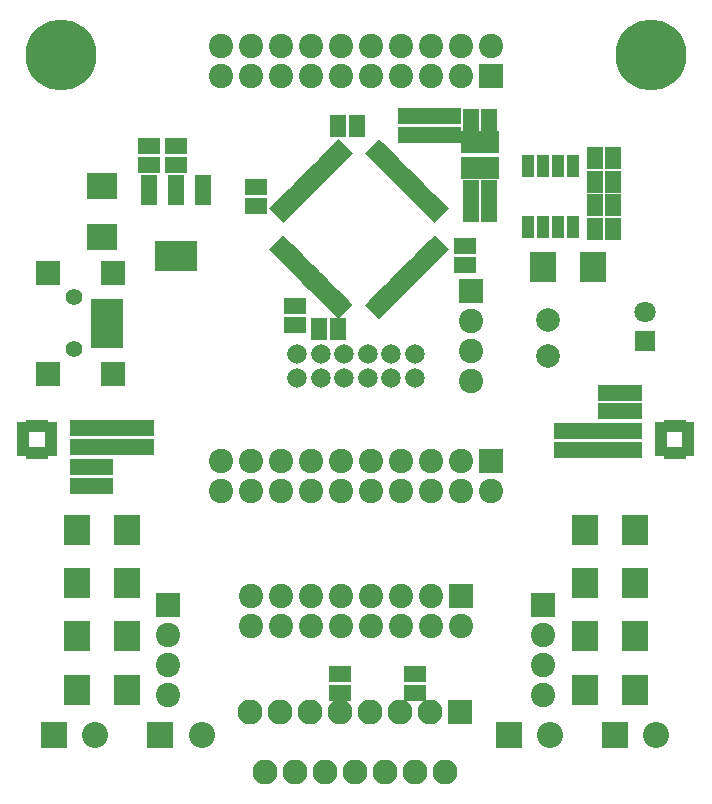
<source format=gts>
G04 (created by PCBNEW-RS274X (2012-jan-04)-stable) date pon, 21 sty 2013, 21:13:22*
G01*
G70*
G90*
%MOIN*%
G04 Gerber Fmt 3.4, Leading zero omitted, Abs format*
%FSLAX34Y34*%
G04 APERTURE LIST*
%ADD10C,0.006000*%
%ADD11R,0.067200X0.075100*%
%ADD12R,0.110600X0.039700*%
%ADD13C,0.055400*%
%ADD14R,0.079100X0.079100*%
%ADD15R,0.086900X0.086900*%
%ADD16C,0.086900*%
%ADD17R,0.041700X0.073100*%
%ADD18R,0.086900X0.098700*%
%ADD19C,0.065300*%
%ADD20R,0.073100X0.057400*%
%ADD21R,0.057400X0.073100*%
%ADD22R,0.043600X0.031800*%
%ADD23R,0.031800X0.043600*%
%ADD24C,0.079100*%
%ADD25R,0.081000X0.081000*%
%ADD26C,0.081000*%
%ADD27R,0.071200X0.071200*%
%ADD28C,0.071200*%
%ADD29R,0.144000X0.100700*%
%ADD30R,0.055400X0.100700*%
%ADD31R,0.098700X0.086900*%
%ADD32R,0.083000X0.083000*%
%ADD33C,0.083000*%
%ADD34C,0.236500*%
G04 APERTURE END LIST*
G54D10*
G54D11*
X57598Y-62835D03*
X57598Y-61969D03*
X56968Y-61969D03*
X56968Y-62835D03*
G54D12*
X44843Y-68012D03*
X44843Y-67697D03*
X44843Y-67382D03*
X44843Y-68327D03*
X44843Y-68642D03*
G54D13*
X43760Y-67146D03*
X43760Y-68878D03*
G54D14*
X45039Y-69685D03*
X42874Y-69685D03*
X42874Y-66339D03*
X45039Y-66339D03*
G54D15*
X46628Y-81742D03*
G54D16*
X48005Y-81742D03*
G54D15*
X61785Y-81742D03*
G54D16*
X63162Y-81742D03*
G54D15*
X43084Y-81742D03*
G54D16*
X44461Y-81742D03*
G54D17*
X58896Y-64804D03*
X59396Y-64804D03*
X59896Y-64804D03*
X60396Y-64804D03*
X60396Y-62756D03*
X59896Y-62756D03*
X59396Y-62756D03*
X58896Y-62756D03*
G54D18*
X60768Y-76673D03*
X62460Y-76673D03*
X45531Y-76673D03*
X43839Y-76673D03*
X60768Y-80217D03*
X62460Y-80217D03*
X45531Y-80217D03*
X43839Y-80217D03*
X62460Y-78445D03*
X60768Y-78445D03*
X62460Y-74902D03*
X60768Y-74902D03*
X43839Y-74902D03*
X45531Y-74902D03*
X61063Y-66142D03*
X59371Y-66142D03*
X43839Y-78445D03*
X45531Y-78445D03*
G54D19*
X51181Y-69823D03*
X51969Y-69823D03*
X52756Y-69823D03*
X53544Y-69823D03*
X54331Y-69823D03*
X55119Y-69823D03*
X55119Y-69036D03*
X53543Y-69036D03*
X54331Y-69036D03*
X52756Y-69036D03*
X51969Y-69036D03*
X51181Y-69036D03*
G54D20*
X60847Y-72244D03*
X60847Y-71614D03*
X56299Y-61102D03*
X56299Y-61732D03*
X61575Y-70315D03*
X61575Y-70945D03*
G54D21*
X61102Y-62500D03*
X61732Y-62500D03*
X61732Y-63287D03*
X61102Y-63287D03*
G54D20*
X46063Y-71496D03*
X46063Y-72126D03*
X45374Y-71496D03*
X45374Y-72126D03*
X60118Y-72244D03*
X60118Y-71614D03*
X44685Y-73425D03*
X44685Y-72795D03*
X51122Y-68071D03*
X51122Y-67441D03*
X54921Y-61732D03*
X54921Y-61102D03*
G54D22*
X63327Y-71476D03*
X63327Y-71673D03*
X63327Y-71870D03*
X63327Y-72067D03*
X63327Y-72264D03*
G54D23*
X63583Y-72323D03*
X63780Y-72323D03*
X63977Y-72323D03*
G54D22*
X64233Y-72264D03*
X64233Y-72067D03*
X64233Y-71870D03*
X64233Y-71673D03*
X64233Y-71476D03*
G54D23*
X63977Y-71417D03*
X63780Y-71417D03*
X63583Y-71417D03*
G54D22*
X42973Y-72264D03*
X42973Y-72067D03*
X42973Y-71870D03*
X42973Y-71673D03*
X42973Y-71476D03*
G54D23*
X42717Y-71417D03*
X42520Y-71417D03*
X42323Y-71417D03*
G54D22*
X42067Y-71476D03*
X42067Y-71673D03*
X42067Y-71870D03*
X42067Y-72067D03*
X42067Y-72264D03*
G54D23*
X42323Y-72323D03*
X42520Y-72323D03*
X42717Y-72323D03*
G54D10*
G36*
X56018Y-63955D02*
X56243Y-64180D01*
X55768Y-64655D01*
X55543Y-64430D01*
X56018Y-63955D01*
X56018Y-63955D01*
G37*
G36*
X55879Y-63816D02*
X56104Y-64041D01*
X55629Y-64516D01*
X55404Y-64291D01*
X55879Y-63816D01*
X55879Y-63816D01*
G37*
G36*
X55740Y-63677D02*
X55965Y-63902D01*
X55490Y-64377D01*
X55265Y-64152D01*
X55740Y-63677D01*
X55740Y-63677D01*
G37*
G36*
X55600Y-63538D02*
X55825Y-63763D01*
X55350Y-64238D01*
X55125Y-64013D01*
X55600Y-63538D01*
X55600Y-63538D01*
G37*
G36*
X55461Y-63398D02*
X55686Y-63623D01*
X55211Y-64098D01*
X54986Y-63873D01*
X55461Y-63398D01*
X55461Y-63398D01*
G37*
G36*
X55322Y-63259D02*
X55547Y-63484D01*
X55072Y-63959D01*
X54847Y-63734D01*
X55322Y-63259D01*
X55322Y-63259D01*
G37*
G36*
X55182Y-63120D02*
X55407Y-63345D01*
X54932Y-63820D01*
X54707Y-63595D01*
X55182Y-63120D01*
X55182Y-63120D01*
G37*
G36*
X55043Y-62980D02*
X55268Y-63205D01*
X54793Y-63680D01*
X54568Y-63455D01*
X55043Y-62980D01*
X55043Y-62980D01*
G37*
G36*
X54905Y-62842D02*
X55130Y-63067D01*
X54655Y-63542D01*
X54430Y-63317D01*
X54905Y-62842D01*
X54905Y-62842D01*
G37*
G36*
X54765Y-62703D02*
X54990Y-62928D01*
X54515Y-63403D01*
X54290Y-63178D01*
X54765Y-62703D01*
X54765Y-62703D01*
G37*
G36*
X54626Y-62563D02*
X54851Y-62788D01*
X54376Y-63263D01*
X54151Y-63038D01*
X54626Y-62563D01*
X54626Y-62563D01*
G37*
G36*
X54487Y-62424D02*
X54712Y-62649D01*
X54237Y-63124D01*
X54012Y-62899D01*
X54487Y-62424D01*
X54487Y-62424D01*
G37*
G36*
X54347Y-62285D02*
X54572Y-62510D01*
X54097Y-62985D01*
X53872Y-62760D01*
X54347Y-62285D01*
X54347Y-62285D01*
G37*
G36*
X54208Y-62145D02*
X54433Y-62370D01*
X53958Y-62845D01*
X53733Y-62620D01*
X54208Y-62145D01*
X54208Y-62145D01*
G37*
G36*
X54069Y-62006D02*
X54294Y-62231D01*
X53819Y-62706D01*
X53594Y-62481D01*
X54069Y-62006D01*
X54069Y-62006D01*
G37*
G36*
X53930Y-61867D02*
X54155Y-62092D01*
X53680Y-62567D01*
X53455Y-62342D01*
X53930Y-61867D01*
X53930Y-61867D01*
G37*
G36*
X52341Y-62092D02*
X52566Y-61867D01*
X53041Y-62342D01*
X52816Y-62567D01*
X52341Y-62092D01*
X52341Y-62092D01*
G37*
G36*
X52202Y-62231D02*
X52427Y-62006D01*
X52902Y-62481D01*
X52677Y-62706D01*
X52202Y-62231D01*
X52202Y-62231D01*
G37*
G36*
X52063Y-62370D02*
X52288Y-62145D01*
X52763Y-62620D01*
X52538Y-62845D01*
X52063Y-62370D01*
X52063Y-62370D01*
G37*
G36*
X51924Y-62510D02*
X52149Y-62285D01*
X52624Y-62760D01*
X52399Y-62985D01*
X51924Y-62510D01*
X51924Y-62510D01*
G37*
G36*
X51784Y-62649D02*
X52009Y-62424D01*
X52484Y-62899D01*
X52259Y-63124D01*
X51784Y-62649D01*
X51784Y-62649D01*
G37*
G36*
X51645Y-62788D02*
X51870Y-62563D01*
X52345Y-63038D01*
X52120Y-63263D01*
X51645Y-62788D01*
X51645Y-62788D01*
G37*
G36*
X51506Y-62928D02*
X51731Y-62703D01*
X52206Y-63178D01*
X51981Y-63403D01*
X51506Y-62928D01*
X51506Y-62928D01*
G37*
G36*
X51366Y-63067D02*
X51591Y-62842D01*
X52066Y-63317D01*
X51841Y-63542D01*
X51366Y-63067D01*
X51366Y-63067D01*
G37*
G36*
X51228Y-63205D02*
X51453Y-62980D01*
X51928Y-63455D01*
X51703Y-63680D01*
X51228Y-63205D01*
X51228Y-63205D01*
G37*
G36*
X51089Y-63345D02*
X51314Y-63120D01*
X51789Y-63595D01*
X51564Y-63820D01*
X51089Y-63345D01*
X51089Y-63345D01*
G37*
G36*
X50949Y-63484D02*
X51174Y-63259D01*
X51649Y-63734D01*
X51424Y-63959D01*
X50949Y-63484D01*
X50949Y-63484D01*
G37*
G36*
X50810Y-63623D02*
X51035Y-63398D01*
X51510Y-63873D01*
X51285Y-64098D01*
X50810Y-63623D01*
X50810Y-63623D01*
G37*
G36*
X50671Y-63763D02*
X50896Y-63538D01*
X51371Y-64013D01*
X51146Y-64238D01*
X50671Y-63763D01*
X50671Y-63763D01*
G37*
G36*
X50531Y-63902D02*
X50756Y-63677D01*
X51231Y-64152D01*
X51006Y-64377D01*
X50531Y-63902D01*
X50531Y-63902D01*
G37*
G36*
X50392Y-64041D02*
X50617Y-63816D01*
X51092Y-64291D01*
X50867Y-64516D01*
X50392Y-64041D01*
X50392Y-64041D01*
G37*
G36*
X50253Y-64180D02*
X50478Y-63955D01*
X50953Y-64430D01*
X50728Y-64655D01*
X50253Y-64180D01*
X50253Y-64180D01*
G37*
G36*
X50478Y-65769D02*
X50253Y-65544D01*
X50728Y-65069D01*
X50953Y-65294D01*
X50478Y-65769D01*
X50478Y-65769D01*
G37*
G36*
X50617Y-65908D02*
X50392Y-65683D01*
X50867Y-65208D01*
X51092Y-65433D01*
X50617Y-65908D01*
X50617Y-65908D01*
G37*
G36*
X50756Y-66047D02*
X50531Y-65822D01*
X51006Y-65347D01*
X51231Y-65572D01*
X50756Y-66047D01*
X50756Y-66047D01*
G37*
G36*
X50896Y-66186D02*
X50671Y-65961D01*
X51146Y-65486D01*
X51371Y-65711D01*
X50896Y-66186D01*
X50896Y-66186D01*
G37*
G36*
X51035Y-66326D02*
X50810Y-66101D01*
X51285Y-65626D01*
X51510Y-65851D01*
X51035Y-66326D01*
X51035Y-66326D01*
G37*
G36*
X51174Y-66465D02*
X50949Y-66240D01*
X51424Y-65765D01*
X51649Y-65990D01*
X51174Y-66465D01*
X51174Y-66465D01*
G37*
G36*
X51314Y-66604D02*
X51089Y-66379D01*
X51564Y-65904D01*
X51789Y-66129D01*
X51314Y-66604D01*
X51314Y-66604D01*
G37*
G36*
X51453Y-66744D02*
X51228Y-66519D01*
X51703Y-66044D01*
X51928Y-66269D01*
X51453Y-66744D01*
X51453Y-66744D01*
G37*
G36*
X51591Y-66882D02*
X51366Y-66657D01*
X51841Y-66182D01*
X52066Y-66407D01*
X51591Y-66882D01*
X51591Y-66882D01*
G37*
G36*
X51731Y-67021D02*
X51506Y-66796D01*
X51981Y-66321D01*
X52206Y-66546D01*
X51731Y-67021D01*
X51731Y-67021D01*
G37*
G36*
X51870Y-67161D02*
X51645Y-66936D01*
X52120Y-66461D01*
X52345Y-66686D01*
X51870Y-67161D01*
X51870Y-67161D01*
G37*
G36*
X52009Y-67300D02*
X51784Y-67075D01*
X52259Y-66600D01*
X52484Y-66825D01*
X52009Y-67300D01*
X52009Y-67300D01*
G37*
G36*
X52149Y-67439D02*
X51924Y-67214D01*
X52399Y-66739D01*
X52624Y-66964D01*
X52149Y-67439D01*
X52149Y-67439D01*
G37*
G36*
X52288Y-67579D02*
X52063Y-67354D01*
X52538Y-66879D01*
X52763Y-67104D01*
X52288Y-67579D01*
X52288Y-67579D01*
G37*
G36*
X52427Y-67718D02*
X52202Y-67493D01*
X52677Y-67018D01*
X52902Y-67243D01*
X52427Y-67718D01*
X52427Y-67718D01*
G37*
G36*
X52566Y-67857D02*
X52341Y-67632D01*
X52816Y-67157D01*
X53041Y-67382D01*
X52566Y-67857D01*
X52566Y-67857D01*
G37*
G36*
X54155Y-67632D02*
X53930Y-67857D01*
X53455Y-67382D01*
X53680Y-67157D01*
X54155Y-67632D01*
X54155Y-67632D01*
G37*
G36*
X54294Y-67493D02*
X54069Y-67718D01*
X53594Y-67243D01*
X53819Y-67018D01*
X54294Y-67493D01*
X54294Y-67493D01*
G37*
G36*
X54433Y-67354D02*
X54208Y-67579D01*
X53733Y-67104D01*
X53958Y-66879D01*
X54433Y-67354D01*
X54433Y-67354D01*
G37*
G36*
X54572Y-67214D02*
X54347Y-67439D01*
X53872Y-66964D01*
X54097Y-66739D01*
X54572Y-67214D01*
X54572Y-67214D01*
G37*
G36*
X54712Y-67075D02*
X54487Y-67300D01*
X54012Y-66825D01*
X54237Y-66600D01*
X54712Y-67075D01*
X54712Y-67075D01*
G37*
G36*
X54851Y-66936D02*
X54626Y-67161D01*
X54151Y-66686D01*
X54376Y-66461D01*
X54851Y-66936D01*
X54851Y-66936D01*
G37*
G36*
X54990Y-66796D02*
X54765Y-67021D01*
X54290Y-66546D01*
X54515Y-66321D01*
X54990Y-66796D01*
X54990Y-66796D01*
G37*
G36*
X55130Y-66657D02*
X54905Y-66882D01*
X54430Y-66407D01*
X54655Y-66182D01*
X55130Y-66657D01*
X55130Y-66657D01*
G37*
G36*
X55268Y-66519D02*
X55043Y-66744D01*
X54568Y-66269D01*
X54793Y-66044D01*
X55268Y-66519D01*
X55268Y-66519D01*
G37*
G36*
X55407Y-66379D02*
X55182Y-66604D01*
X54707Y-66129D01*
X54932Y-65904D01*
X55407Y-66379D01*
X55407Y-66379D01*
G37*
G36*
X55547Y-66240D02*
X55322Y-66465D01*
X54847Y-65990D01*
X55072Y-65765D01*
X55547Y-66240D01*
X55547Y-66240D01*
G37*
G36*
X55686Y-66101D02*
X55461Y-66326D01*
X54986Y-65851D01*
X55211Y-65626D01*
X55686Y-66101D01*
X55686Y-66101D01*
G37*
G36*
X55825Y-65961D02*
X55600Y-66186D01*
X55125Y-65711D01*
X55350Y-65486D01*
X55825Y-65961D01*
X55825Y-65961D01*
G37*
G36*
X55965Y-65822D02*
X55740Y-66047D01*
X55265Y-65572D01*
X55490Y-65347D01*
X55965Y-65822D01*
X55965Y-65822D01*
G37*
G36*
X56104Y-65683D02*
X55879Y-65908D01*
X55404Y-65433D01*
X55629Y-65208D01*
X56104Y-65683D01*
X56104Y-65683D01*
G37*
G36*
X56243Y-65544D02*
X56018Y-65769D01*
X55543Y-65294D01*
X55768Y-65069D01*
X56243Y-65544D01*
X56243Y-65544D01*
G37*
G54D24*
X59547Y-67913D03*
X59547Y-69095D03*
G54D25*
X57638Y-72598D03*
G54D26*
X57638Y-73598D03*
X56638Y-72598D03*
X56638Y-73598D03*
X55638Y-72598D03*
X55638Y-73598D03*
X54638Y-72598D03*
X54638Y-73598D03*
X53638Y-72598D03*
X53638Y-73598D03*
X52638Y-72598D03*
X52638Y-73598D03*
X51638Y-72598D03*
X51638Y-73598D03*
X50638Y-72598D03*
X50638Y-73598D03*
X49638Y-72598D03*
X49638Y-73598D03*
X48638Y-72598D03*
X48638Y-73598D03*
G54D25*
X56654Y-77106D03*
G54D26*
X56654Y-78106D03*
X55654Y-77106D03*
X55654Y-78106D03*
X54654Y-77106D03*
X54654Y-78106D03*
X53654Y-77106D03*
X53654Y-78106D03*
X52654Y-77106D03*
X52654Y-78106D03*
X51654Y-77106D03*
X51654Y-78106D03*
X50654Y-77106D03*
X50654Y-78106D03*
X49654Y-77106D03*
X49654Y-78106D03*
G54D25*
X56988Y-66929D03*
G54D26*
X56988Y-67929D03*
X56988Y-68929D03*
X56988Y-69929D03*
G54D25*
X46900Y-77400D03*
G54D26*
X46900Y-78400D03*
X46900Y-79400D03*
X46900Y-80400D03*
G54D25*
X59400Y-77400D03*
G54D26*
X59400Y-78400D03*
X59400Y-79400D03*
X59400Y-80400D03*
G54D27*
X62795Y-68602D03*
G54D28*
X62795Y-67618D03*
G54D21*
X57598Y-61220D03*
X56968Y-61220D03*
X56968Y-63583D03*
X57598Y-63583D03*
G54D20*
X55610Y-61102D03*
X55610Y-61732D03*
X56791Y-66063D03*
X56791Y-65433D03*
G54D21*
X51929Y-68189D03*
X52559Y-68189D03*
X57598Y-64272D03*
X56968Y-64272D03*
G54D20*
X49803Y-63465D03*
X49803Y-64095D03*
X46260Y-62087D03*
X46260Y-62717D03*
G54D21*
X61732Y-64862D03*
X61102Y-64862D03*
X61732Y-64075D03*
X61102Y-64075D03*
G54D20*
X52618Y-79685D03*
X52618Y-80315D03*
X62304Y-72244D03*
X62304Y-71614D03*
X62303Y-70315D03*
X62303Y-70945D03*
X55118Y-79685D03*
X55118Y-80315D03*
X61575Y-72244D03*
X61575Y-71614D03*
X43996Y-73425D03*
X43996Y-72795D03*
X44685Y-71496D03*
X44685Y-72126D03*
X43996Y-71496D03*
X43996Y-72126D03*
G54D15*
X58242Y-81742D03*
G54D16*
X59619Y-81742D03*
G54D25*
X57650Y-59750D03*
G54D26*
X57650Y-58750D03*
X56650Y-59750D03*
X56650Y-58750D03*
X55650Y-59750D03*
X55650Y-58750D03*
X54650Y-59750D03*
X54650Y-58750D03*
X53650Y-59750D03*
X53650Y-58750D03*
X52650Y-59750D03*
X52650Y-58750D03*
X51650Y-59750D03*
X51650Y-58750D03*
X50650Y-59750D03*
X50650Y-58750D03*
X49650Y-59750D03*
X49650Y-58750D03*
X48650Y-59750D03*
X48650Y-58750D03*
G54D29*
X47146Y-65767D03*
G54D30*
X47146Y-63563D03*
X46240Y-63563D03*
X48052Y-63563D03*
G54D20*
X47146Y-62087D03*
X47146Y-62717D03*
G54D31*
X44685Y-65118D03*
X44685Y-63426D03*
G54D32*
X56624Y-80978D03*
G54D33*
X56124Y-82978D03*
X55624Y-80978D03*
X55124Y-82978D03*
X54624Y-80978D03*
X54124Y-82978D03*
X53624Y-80978D03*
X53124Y-82978D03*
X52624Y-80978D03*
X52124Y-82978D03*
X51624Y-80978D03*
X51124Y-82978D03*
X50624Y-80978D03*
X50124Y-82978D03*
X49624Y-80978D03*
G54D21*
X53169Y-61417D03*
X52539Y-61417D03*
G54D34*
X43307Y-59055D03*
X62992Y-59055D03*
M02*

</source>
